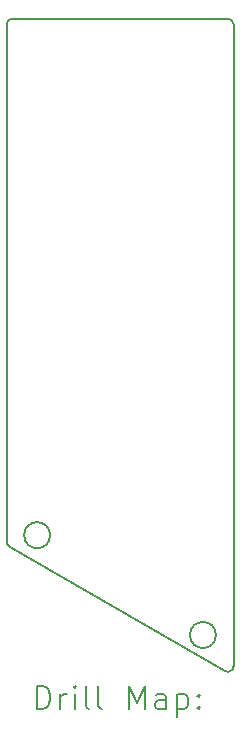
<source format=gbr>
%TF.GenerationSoftware,KiCad,Pcbnew,8.0.8+1*%
%TF.CreationDate,2025-07-09T04:58:03+00:00*%
%TF.ProjectId,controller_overlay,636f6e74-726f-46c6-9c65-725f6f766572,0.2*%
%TF.SameCoordinates,Original*%
%TF.FileFunction,Drillmap*%
%TF.FilePolarity,Positive*%
%FSLAX45Y45*%
G04 Gerber Fmt 4.5, Leading zero omitted, Abs format (unit mm)*
G04 Created by KiCad (PCBNEW 8.0.8+1) date 2025-07-09 04:58:03*
%MOMM*%
%LPD*%
G01*
G04 APERTURE LIST*
%ADD10C,0.150000*%
%ADD11C,0.200000*%
G04 APERTURE END LIST*
D10*
X20234800Y-10097815D02*
X20234800Y-5720250D01*
X20284800Y-5670250D02*
X22106800Y-5670250D01*
X22156800Y-5720250D02*
X22156800Y-11149748D01*
X22081800Y-11193049D02*
X20259800Y-10141117D01*
X20234800Y-5720250D02*
G75*
G02*
X20284800Y-5670250I50000J0D01*
G01*
X22106800Y-5670250D02*
G75*
G02*
X22156800Y-5720250I0J-50000D01*
G01*
X22156800Y-11149748D02*
G75*
G02*
X22081801Y-11193048I-50000J2D01*
G01*
X20259800Y-10141117D02*
G75*
G02*
X20234804Y-10097815I25000J43297D01*
G01*
X20602700Y-10043850D02*
G75*
G02*
X20382700Y-10043850I-110000J0D01*
G01*
X20382700Y-10043850D02*
G75*
G02*
X20602700Y-10043850I110000J0D01*
G01*
X22006900Y-10888250D02*
G75*
G02*
X21786900Y-10888250I-110000J0D01*
G01*
X21786900Y-10888250D02*
G75*
G02*
X22006900Y-10888250I110000J0D01*
G01*
D11*
X20488077Y-11518730D02*
X20488077Y-11318730D01*
X20488077Y-11318730D02*
X20535696Y-11318730D01*
X20535696Y-11318730D02*
X20564267Y-11328253D01*
X20564267Y-11328253D02*
X20583315Y-11347301D01*
X20583315Y-11347301D02*
X20592839Y-11366349D01*
X20592839Y-11366349D02*
X20602363Y-11404444D01*
X20602363Y-11404444D02*
X20602363Y-11433015D01*
X20602363Y-11433015D02*
X20592839Y-11471111D01*
X20592839Y-11471111D02*
X20583315Y-11490158D01*
X20583315Y-11490158D02*
X20564267Y-11509206D01*
X20564267Y-11509206D02*
X20535696Y-11518730D01*
X20535696Y-11518730D02*
X20488077Y-11518730D01*
X20688077Y-11518730D02*
X20688077Y-11385396D01*
X20688077Y-11423492D02*
X20697601Y-11404444D01*
X20697601Y-11404444D02*
X20707124Y-11394920D01*
X20707124Y-11394920D02*
X20726172Y-11385396D01*
X20726172Y-11385396D02*
X20745220Y-11385396D01*
X20811886Y-11518730D02*
X20811886Y-11385396D01*
X20811886Y-11318730D02*
X20802363Y-11328253D01*
X20802363Y-11328253D02*
X20811886Y-11337777D01*
X20811886Y-11337777D02*
X20821410Y-11328253D01*
X20821410Y-11328253D02*
X20811886Y-11318730D01*
X20811886Y-11318730D02*
X20811886Y-11337777D01*
X20935696Y-11518730D02*
X20916648Y-11509206D01*
X20916648Y-11509206D02*
X20907124Y-11490158D01*
X20907124Y-11490158D02*
X20907124Y-11318730D01*
X21040458Y-11518730D02*
X21021410Y-11509206D01*
X21021410Y-11509206D02*
X21011886Y-11490158D01*
X21011886Y-11490158D02*
X21011886Y-11318730D01*
X21269029Y-11518730D02*
X21269029Y-11318730D01*
X21269029Y-11318730D02*
X21335696Y-11461587D01*
X21335696Y-11461587D02*
X21402363Y-11318730D01*
X21402363Y-11318730D02*
X21402363Y-11518730D01*
X21583315Y-11518730D02*
X21583315Y-11413968D01*
X21583315Y-11413968D02*
X21573791Y-11394920D01*
X21573791Y-11394920D02*
X21554744Y-11385396D01*
X21554744Y-11385396D02*
X21516648Y-11385396D01*
X21516648Y-11385396D02*
X21497601Y-11394920D01*
X21583315Y-11509206D02*
X21564267Y-11518730D01*
X21564267Y-11518730D02*
X21516648Y-11518730D01*
X21516648Y-11518730D02*
X21497601Y-11509206D01*
X21497601Y-11509206D02*
X21488077Y-11490158D01*
X21488077Y-11490158D02*
X21488077Y-11471111D01*
X21488077Y-11471111D02*
X21497601Y-11452063D01*
X21497601Y-11452063D02*
X21516648Y-11442539D01*
X21516648Y-11442539D02*
X21564267Y-11442539D01*
X21564267Y-11442539D02*
X21583315Y-11433015D01*
X21678553Y-11385396D02*
X21678553Y-11585396D01*
X21678553Y-11394920D02*
X21697601Y-11385396D01*
X21697601Y-11385396D02*
X21735696Y-11385396D01*
X21735696Y-11385396D02*
X21754744Y-11394920D01*
X21754744Y-11394920D02*
X21764267Y-11404444D01*
X21764267Y-11404444D02*
X21773791Y-11423492D01*
X21773791Y-11423492D02*
X21773791Y-11480634D01*
X21773791Y-11480634D02*
X21764267Y-11499682D01*
X21764267Y-11499682D02*
X21754744Y-11509206D01*
X21754744Y-11509206D02*
X21735696Y-11518730D01*
X21735696Y-11518730D02*
X21697601Y-11518730D01*
X21697601Y-11518730D02*
X21678553Y-11509206D01*
X21859505Y-11499682D02*
X21869029Y-11509206D01*
X21869029Y-11509206D02*
X21859505Y-11518730D01*
X21859505Y-11518730D02*
X21849982Y-11509206D01*
X21849982Y-11509206D02*
X21859505Y-11499682D01*
X21859505Y-11499682D02*
X21859505Y-11518730D01*
X21859505Y-11394920D02*
X21869029Y-11404444D01*
X21869029Y-11404444D02*
X21859505Y-11413968D01*
X21859505Y-11413968D02*
X21849982Y-11404444D01*
X21849982Y-11404444D02*
X21859505Y-11394920D01*
X21859505Y-11394920D02*
X21859505Y-11413968D01*
M02*

</source>
